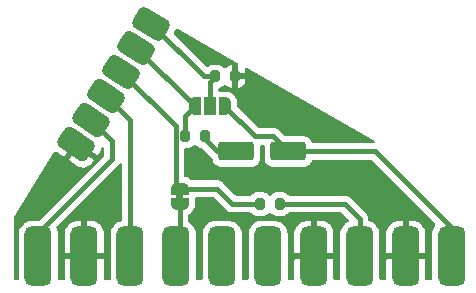
<source format=gtl>
G04 #@! TF.GenerationSoftware,KiCad,Pcbnew,(6.0.4)*
G04 #@! TF.CreationDate,2022-12-31T00:33:15-05:00*
G04 #@! TF.ProjectId,scart cable,73636172-7420-4636-9162-6c652e6b6963,rev?*
G04 #@! TF.SameCoordinates,Original*
G04 #@! TF.FileFunction,Copper,L1,Top*
G04 #@! TF.FilePolarity,Positive*
%FSLAX46Y46*%
G04 Gerber Fmt 4.6, Leading zero omitted, Abs format (unit mm)*
G04 Created by KiCad (PCBNEW (6.0.4)) date 2022-12-31 00:33:15*
%MOMM*%
%LPD*%
G01*
G04 APERTURE LIST*
G04 Aperture macros list*
%AMRoundRect*
0 Rectangle with rounded corners*
0 $1 Rounding radius*
0 $2 $3 $4 $5 $6 $7 $8 $9 X,Y pos of 4 corners*
0 Add a 4 corners polygon primitive as box body*
4,1,4,$2,$3,$4,$5,$6,$7,$8,$9,$2,$3,0*
0 Add four circle primitives for the rounded corners*
1,1,$1+$1,$2,$3*
1,1,$1+$1,$4,$5*
1,1,$1+$1,$6,$7*
1,1,$1+$1,$8,$9*
0 Add four rect primitives between the rounded corners*
20,1,$1+$1,$2,$3,$4,$5,0*
20,1,$1+$1,$4,$5,$6,$7,0*
20,1,$1+$1,$6,$7,$8,$9,0*
20,1,$1+$1,$8,$9,$2,$3,0*%
%AMFreePoly0*
4,1,22,0.550000,-0.750000,0.000000,-0.750000,0.000000,-0.745033,-0.079941,-0.743568,-0.215256,-0.701293,-0.333266,-0.622738,-0.424486,-0.514219,-0.481581,-0.384460,-0.499164,-0.250000,-0.500000,-0.250000,-0.500000,0.250000,-0.499164,0.250000,-0.499963,0.256109,-0.478152,0.396186,-0.417904,0.524511,-0.324060,0.630769,-0.204165,0.706417,-0.067858,0.745374,0.000000,0.744959,0.000000,0.750000,
0.550000,0.750000,0.550000,-0.750000,0.550000,-0.750000,$1*%
%AMFreePoly1*
4,1,20,0.000000,0.744959,0.073905,0.744508,0.209726,0.703889,0.328688,0.626782,0.421226,0.519385,0.479903,0.390333,0.500000,0.250000,0.500000,-0.250000,0.499851,-0.262216,0.476331,-0.402017,0.414519,-0.529596,0.319384,-0.634700,0.198574,-0.708877,0.061801,-0.746166,0.000000,-0.745033,0.000000,-0.750000,-0.550000,-0.750000,-0.550000,0.750000,0.000000,0.750000,0.000000,0.744959,
0.000000,0.744959,$1*%
%AMFreePoly2*
4,1,22,0.500000,-0.750000,0.000000,-0.750000,0.000000,-0.745033,-0.079941,-0.743568,-0.215256,-0.701293,-0.333266,-0.622738,-0.424486,-0.514219,-0.481581,-0.384460,-0.499164,-0.250000,-0.500000,-0.250000,-0.500000,0.250000,-0.499164,0.250000,-0.499963,0.256109,-0.478152,0.396186,-0.417904,0.524511,-0.324060,0.630769,-0.204165,0.706417,-0.067858,0.745374,0.000000,0.744959,0.000000,0.750000,
0.500000,0.750000,0.500000,-0.750000,0.500000,-0.750000,$1*%
%AMFreePoly3*
4,1,20,0.000000,0.744959,0.073905,0.744508,0.209726,0.703889,0.328688,0.626782,0.421226,0.519385,0.479903,0.390333,0.500000,0.250000,0.500000,-0.250000,0.499851,-0.262216,0.476331,-0.402017,0.414519,-0.529596,0.319384,-0.634700,0.198574,-0.708877,0.061801,-0.746166,0.000000,-0.745033,0.000000,-0.750000,-0.500000,-0.750000,-0.500000,0.750000,0.000000,0.750000,0.000000,0.744959,
0.000000,0.744959,$1*%
G04 Aperture macros list end*
G04 #@! TA.AperFunction,SMDPad,CuDef*
%ADD10RoundRect,0.500000X0.532364X-0.983152X1.105940X-0.164000X-0.532364X0.983152X-1.105940X0.164000X0*%
G04 #@! TD*
G04 #@! TA.AperFunction,SMDPad,CuDef*
%ADD11RoundRect,0.571500X-0.571500X-1.928500X0.571500X-1.928500X0.571500X1.928500X-0.571500X1.928500X0*%
G04 #@! TD*
G04 #@! TA.AperFunction,SMDPad,CuDef*
%ADD12RoundRect,0.200000X-0.200000X-0.275000X0.200000X-0.275000X0.200000X0.275000X-0.200000X0.275000X0*%
G04 #@! TD*
G04 #@! TA.AperFunction,SMDPad,CuDef*
%ADD13RoundRect,0.500000X0.583088X-0.953943X1.113008X-0.105895X-0.583088X0.953943X-1.113008X0.105895X0*%
G04 #@! TD*
G04 #@! TA.AperFunction,SMDPad,CuDef*
%ADD14RoundRect,0.500000X0.599648X-0.943622X1.114686X-0.086454X-0.599648X0.943622X-1.114686X0.086454X0*%
G04 #@! TD*
G04 #@! TA.AperFunction,SMDPad,CuDef*
%ADD15RoundRect,0.250000X-1.250000X-0.550000X1.250000X-0.550000X1.250000X0.550000X-1.250000X0.550000X0*%
G04 #@! TD*
G04 #@! TA.AperFunction,SMDPad,CuDef*
%ADD16RoundRect,0.200000X0.200000X0.275000X-0.200000X0.275000X-0.200000X-0.275000X0.200000X-0.275000X0*%
G04 #@! TD*
G04 #@! TA.AperFunction,SMDPad,CuDef*
%ADD17FreePoly0,180.000000*%
G04 #@! TD*
G04 #@! TA.AperFunction,SMDPad,CuDef*
%ADD18R,1.000000X1.500000*%
G04 #@! TD*
G04 #@! TA.AperFunction,SMDPad,CuDef*
%ADD19FreePoly1,180.000000*%
G04 #@! TD*
G04 #@! TA.AperFunction,SMDPad,CuDef*
%ADD20RoundRect,0.500000X0.566351X-0.963974X1.110990X-0.125304X-0.566351X0.963974X-1.110990X0.125304X0*%
G04 #@! TD*
G04 #@! TA.AperFunction,SMDPad,CuDef*
%ADD21FreePoly2,270.000000*%
G04 #@! TD*
G04 #@! TA.AperFunction,SMDPad,CuDef*
%ADD22FreePoly3,270.000000*%
G04 #@! TD*
G04 #@! TA.AperFunction,SMDPad,CuDef*
%ADD23RoundRect,0.500000X-0.549441X0.973712X-1.108634X0.144674X0.549441X-0.973712X1.108634X-0.144674X0*%
G04 #@! TD*
G04 #@! TA.AperFunction,ViaPad*
%ADD24C,0.800000*%
G04 #@! TD*
G04 #@! TA.AperFunction,Conductor*
%ADD25C,0.400000*%
G04 #@! TD*
G04 APERTURE END LIST*
G36*
X46655000Y-35160000D02*
G01*
X46055000Y-35160000D01*
X46055000Y-34660000D01*
X46655000Y-34660000D01*
X46655000Y-35160000D01*
G37*
D10*
X38862000Y-28448000D03*
D11*
X34379000Y-40005000D03*
X38267000Y-40005000D03*
X42155000Y-40005000D03*
X46043000Y-40005000D03*
X49931000Y-40005000D03*
X53819000Y-40005000D03*
X57707000Y-40005000D03*
X61595000Y-40005000D03*
X65483000Y-40005000D03*
X69371000Y-40005000D03*
D12*
X49340000Y-24765000D03*
X50990000Y-24765000D03*
D13*
X42672000Y-22352000D03*
D14*
X43942000Y-20320000D03*
D15*
X51140000Y-31115000D03*
X55540000Y-31115000D03*
D10*
X37592000Y-30480000D03*
D16*
X48450000Y-29845000D03*
X46800000Y-29845000D03*
D17*
X50195000Y-27305000D03*
D18*
X48895000Y-27305000D03*
D19*
X47595000Y-27305000D03*
D20*
X41402000Y-24384000D03*
D16*
X54800000Y-35560000D03*
X53150000Y-35560000D03*
D21*
X46355000Y-34260000D03*
D22*
X46355000Y-35560000D03*
D23*
X40132000Y-26416000D03*
D24*
X51562000Y-33274000D03*
X51816000Y-36830000D03*
X34290000Y-35306000D03*
X49530000Y-23368000D03*
X48514000Y-36068000D03*
X40640000Y-34290000D03*
X40132000Y-36576000D03*
X66294000Y-36576000D03*
X35306000Y-34036000D03*
X59436000Y-36830000D03*
X63500000Y-36576000D03*
X58420000Y-29718000D03*
X54356000Y-26416000D03*
X36322000Y-32766000D03*
X58674000Y-34036000D03*
X39370000Y-35560000D03*
X48006000Y-32512000D03*
X55880000Y-36830000D03*
D25*
X48450000Y-29845000D02*
X48450000Y-30035000D01*
X49530000Y-31115000D02*
X51140000Y-31115000D01*
X48450000Y-30035000D02*
X49530000Y-31115000D01*
X34379000Y-38011000D02*
X40640000Y-31750000D01*
X40640000Y-30226000D02*
X38862000Y-28448000D01*
X40640000Y-31750000D02*
X40640000Y-30226000D01*
X34379000Y-40005000D02*
X34379000Y-38011000D01*
X42155000Y-28439000D02*
X40132000Y-26416000D01*
X42155000Y-40005000D02*
X42155000Y-28439000D01*
X46355000Y-35560000D02*
X46355000Y-39693000D01*
X46355000Y-39693000D02*
X46043000Y-40005000D01*
X60325000Y-35560000D02*
X61595000Y-36830000D01*
X54800000Y-35560000D02*
X60325000Y-35560000D01*
X61595000Y-36830000D02*
X61595000Y-40005000D01*
X46000480Y-28982480D02*
X41402000Y-24384000D01*
X46355000Y-34260000D02*
X46000480Y-33905480D01*
X49500000Y-34260000D02*
X46355000Y-34260000D01*
X46000480Y-33905480D02*
X46000480Y-28982480D01*
X53150000Y-35560000D02*
X50800000Y-35560000D01*
X50800000Y-35560000D02*
X49500000Y-34260000D01*
X69371000Y-37621000D02*
X69371000Y-40005000D01*
X50195000Y-27335000D02*
X52705000Y-29845000D01*
X52705000Y-29845000D02*
X54270000Y-29845000D01*
X50195000Y-27305000D02*
X50195000Y-27335000D01*
X55540000Y-31115000D02*
X62865000Y-31115000D01*
X54270000Y-29845000D02*
X55540000Y-31115000D01*
X62865000Y-31115000D02*
X69371000Y-37621000D01*
X48895000Y-25210000D02*
X49340000Y-24765000D01*
X48387000Y-24765000D02*
X49340000Y-24765000D01*
X43942000Y-20320000D02*
X48387000Y-24765000D01*
X48895000Y-27305000D02*
X48895000Y-25210000D01*
X47595000Y-27275000D02*
X47595000Y-27305000D01*
X46800000Y-28100000D02*
X47595000Y-27305000D01*
X46800000Y-29845000D02*
X46800000Y-28100000D01*
X42672000Y-22352000D02*
X47595000Y-27275000D01*
G04 #@! TA.AperFunction,Conductor*
G36*
X47669032Y-30557154D02*
G01*
X47714095Y-30586115D01*
X47809619Y-30681639D01*
X47956301Y-30770472D01*
X47963548Y-30772743D01*
X47963550Y-30772744D01*
X48029836Y-30793517D01*
X48119938Y-30821753D01*
X48156461Y-30825109D01*
X48190478Y-30828235D01*
X48190484Y-30828235D01*
X48193365Y-30828500D01*
X48195094Y-30828500D01*
X48262048Y-30851538D01*
X48278241Y-30865211D01*
X49008550Y-31595520D01*
X49014404Y-31601785D01*
X49052439Y-31645385D01*
X49082929Y-31666814D01*
X49127161Y-31722346D01*
X49135805Y-31756894D01*
X49142474Y-31821166D01*
X49144655Y-31827702D01*
X49144655Y-31827704D01*
X49155824Y-31861180D01*
X49198450Y-31988946D01*
X49291522Y-32139348D01*
X49416697Y-32264305D01*
X49422927Y-32268145D01*
X49422928Y-32268146D01*
X49560090Y-32352694D01*
X49567262Y-32357115D01*
X49647005Y-32383564D01*
X49728611Y-32410632D01*
X49728613Y-32410632D01*
X49735139Y-32412797D01*
X49741975Y-32413497D01*
X49741978Y-32413498D01*
X49785031Y-32417909D01*
X49839600Y-32423500D01*
X52440400Y-32423500D01*
X52443646Y-32423163D01*
X52443650Y-32423163D01*
X52539308Y-32413238D01*
X52539312Y-32413237D01*
X52546166Y-32412526D01*
X52552702Y-32410345D01*
X52552704Y-32410345D01*
X52684806Y-32366272D01*
X52713946Y-32356550D01*
X52864348Y-32263478D01*
X52989305Y-32138303D01*
X52995524Y-32128214D01*
X53078275Y-31993968D01*
X53078276Y-31993966D01*
X53082115Y-31987738D01*
X53121585Y-31868738D01*
X53135632Y-31826389D01*
X53135632Y-31826387D01*
X53137797Y-31819861D01*
X53148500Y-31715400D01*
X53148500Y-30679500D01*
X53168502Y-30611379D01*
X53222158Y-30564886D01*
X53274500Y-30553500D01*
X53405500Y-30553500D01*
X53473621Y-30573502D01*
X53520114Y-30627158D01*
X53531500Y-30679500D01*
X53531500Y-31715400D01*
X53531837Y-31718646D01*
X53531837Y-31718650D01*
X53539740Y-31794814D01*
X53542474Y-31821166D01*
X53544655Y-31827702D01*
X53544655Y-31827704D01*
X53555824Y-31861180D01*
X53598450Y-31988946D01*
X53691522Y-32139348D01*
X53816697Y-32264305D01*
X53822927Y-32268145D01*
X53822928Y-32268146D01*
X53960090Y-32352694D01*
X53967262Y-32357115D01*
X54047005Y-32383564D01*
X54128611Y-32410632D01*
X54128613Y-32410632D01*
X54135139Y-32412797D01*
X54141975Y-32413497D01*
X54141978Y-32413498D01*
X54185031Y-32417909D01*
X54239600Y-32423500D01*
X56840400Y-32423500D01*
X56843646Y-32423163D01*
X56843650Y-32423163D01*
X56939308Y-32413238D01*
X56939312Y-32413237D01*
X56946166Y-32412526D01*
X56952702Y-32410345D01*
X56952704Y-32410345D01*
X57084806Y-32366272D01*
X57113946Y-32356550D01*
X57264348Y-32263478D01*
X57389305Y-32138303D01*
X57395524Y-32128214D01*
X57478275Y-31993968D01*
X57478276Y-31993966D01*
X57482115Y-31987738D01*
X57507955Y-31909833D01*
X57548386Y-31851473D01*
X57613950Y-31824236D01*
X57627548Y-31823500D01*
X62519340Y-31823500D01*
X62587461Y-31843502D01*
X62608435Y-31860405D01*
X67959588Y-37211558D01*
X67993614Y-37273870D01*
X67988549Y-37344685D01*
X67967719Y-37380797D01*
X67966590Y-37382167D01*
X67962354Y-37386410D01*
X67958997Y-37391377D01*
X67958995Y-37391380D01*
X67902767Y-37474585D01*
X67846965Y-37557161D01*
X67765945Y-37746651D01*
X67722219Y-37948042D01*
X67721930Y-37952907D01*
X67719616Y-37991862D01*
X67719500Y-37993807D01*
X67719500Y-37995663D01*
X67719501Y-41870500D01*
X67699499Y-41938621D01*
X67645843Y-41985114D01*
X67593501Y-41996500D01*
X67260000Y-41996500D01*
X67191879Y-41976498D01*
X67145386Y-41922842D01*
X67134000Y-41870500D01*
X67134000Y-40277115D01*
X67129525Y-40261876D01*
X67128135Y-40260671D01*
X67120452Y-40259000D01*
X63850116Y-40259000D01*
X63834877Y-40263475D01*
X63833672Y-40264865D01*
X63832001Y-40272548D01*
X63832001Y-41870500D01*
X63811999Y-41938621D01*
X63758343Y-41985114D01*
X63706001Y-41996500D01*
X63372500Y-41996500D01*
X63304379Y-41976498D01*
X63257886Y-41922842D01*
X63246500Y-41870500D01*
X63246499Y-39732885D01*
X63832000Y-39732885D01*
X63836475Y-39748124D01*
X63837865Y-39749329D01*
X63845548Y-39751000D01*
X65210885Y-39751000D01*
X65226124Y-39746525D01*
X65227329Y-39745135D01*
X65229000Y-39737452D01*
X65229000Y-39732885D01*
X65737000Y-39732885D01*
X65741475Y-39748124D01*
X65742865Y-39749329D01*
X65750548Y-39751000D01*
X67115884Y-39751000D01*
X67131123Y-39746525D01*
X67132328Y-39745135D01*
X67133999Y-39737452D01*
X67133999Y-37995802D01*
X67133879Y-37991907D01*
X67131355Y-37951063D01*
X67130019Y-37941484D01*
X67088281Y-37750856D01*
X67084634Y-37739497D01*
X67008052Y-37561248D01*
X67002321Y-37550780D01*
X66893416Y-37390230D01*
X66885810Y-37381037D01*
X66748510Y-37243976D01*
X66739306Y-37236389D01*
X66578571Y-37127766D01*
X66568076Y-37122045D01*
X66389714Y-37045783D01*
X66378333Y-37042151D01*
X66187660Y-37000752D01*
X66178033Y-36999429D01*
X66139005Y-36997110D01*
X66135290Y-36997000D01*
X65755115Y-36997000D01*
X65739876Y-37001475D01*
X65738671Y-37002865D01*
X65737000Y-37010548D01*
X65737000Y-39732885D01*
X65229000Y-39732885D01*
X65229000Y-37015116D01*
X65224525Y-36999877D01*
X65223135Y-36998672D01*
X65215452Y-36997001D01*
X64830802Y-36997001D01*
X64826907Y-36997121D01*
X64786063Y-36999645D01*
X64776484Y-37000981D01*
X64585856Y-37042719D01*
X64574497Y-37046366D01*
X64396248Y-37122948D01*
X64385780Y-37128679D01*
X64225230Y-37237584D01*
X64216037Y-37245190D01*
X64078976Y-37382490D01*
X64071389Y-37391694D01*
X63962766Y-37552429D01*
X63957045Y-37562924D01*
X63880783Y-37741286D01*
X63877151Y-37752667D01*
X63835752Y-37943340D01*
X63834429Y-37952967D01*
X63832110Y-37991995D01*
X63832000Y-37995710D01*
X63832000Y-39732885D01*
X63246499Y-39732885D01*
X63246499Y-37995755D01*
X63246499Y-37993808D01*
X63243555Y-37946162D01*
X63199478Y-37744847D01*
X63118127Y-37555499D01*
X63002440Y-37384950D01*
X62856590Y-37239354D01*
X62851623Y-37235997D01*
X62851620Y-37235995D01*
X62768415Y-37179767D01*
X62685839Y-37123965D01*
X62496349Y-37042945D01*
X62424971Y-37027448D01*
X62402765Y-37022626D01*
X62340440Y-36988626D01*
X62306390Y-36926327D01*
X62303500Y-36899495D01*
X62303500Y-36858912D01*
X62303792Y-36850342D01*
X62307209Y-36800224D01*
X62307209Y-36800220D01*
X62307725Y-36792648D01*
X62296739Y-36729703D01*
X62295777Y-36723182D01*
X62289015Y-36667304D01*
X62288102Y-36659758D01*
X62285416Y-36652650D01*
X62284779Y-36650056D01*
X62280318Y-36633750D01*
X62279548Y-36631199D01*
X62278242Y-36623716D01*
X62252561Y-36565212D01*
X62250069Y-36559105D01*
X62230173Y-36506452D01*
X62230173Y-36506451D01*
X62227487Y-36499344D01*
X62223184Y-36493083D01*
X62221947Y-36490717D01*
X62213720Y-36475937D01*
X62212369Y-36473652D01*
X62209315Y-36466695D01*
X62204695Y-36460675D01*
X62204692Y-36460669D01*
X62170421Y-36416009D01*
X62166541Y-36410668D01*
X62134661Y-36364280D01*
X62134656Y-36364275D01*
X62130357Y-36358019D01*
X62083829Y-36316564D01*
X62078554Y-36311584D01*
X60846450Y-35079480D01*
X60840596Y-35073215D01*
X60840201Y-35072762D01*
X60802561Y-35029615D01*
X60750280Y-34992871D01*
X60744986Y-34988939D01*
X60700693Y-34954209D01*
X60694718Y-34949524D01*
X60687802Y-34946401D01*
X60685516Y-34945017D01*
X60670835Y-34936643D01*
X60668475Y-34935378D01*
X60662261Y-34931010D01*
X60655182Y-34928250D01*
X60655180Y-34928249D01*
X60602725Y-34907798D01*
X60596656Y-34905247D01*
X60538427Y-34878955D01*
X60530960Y-34877571D01*
X60528405Y-34876770D01*
X60512152Y-34872141D01*
X60509572Y-34871478D01*
X60502491Y-34868718D01*
X60494960Y-34867727D01*
X60494958Y-34867726D01*
X60465339Y-34863827D01*
X60439139Y-34860378D01*
X60432641Y-34859348D01*
X60369814Y-34847704D01*
X60362234Y-34848141D01*
X60362233Y-34848141D01*
X60307608Y-34851291D01*
X60300354Y-34851500D01*
X55620710Y-34851500D01*
X55552589Y-34831498D01*
X55531615Y-34814595D01*
X55440381Y-34723361D01*
X55293699Y-34634528D01*
X55286452Y-34632257D01*
X55286450Y-34632256D01*
X55184500Y-34600307D01*
X55130062Y-34583247D01*
X55056635Y-34576500D01*
X55053737Y-34576500D01*
X54799335Y-34576501D01*
X54543366Y-34576501D01*
X54540508Y-34576764D01*
X54540499Y-34576764D01*
X54504996Y-34580026D01*
X54469938Y-34583247D01*
X54463560Y-34585246D01*
X54463559Y-34585246D01*
X54313550Y-34632256D01*
X54313548Y-34632257D01*
X54306301Y-34634528D01*
X54159619Y-34723361D01*
X54064095Y-34818885D01*
X54001783Y-34852911D01*
X53930968Y-34847846D01*
X53885905Y-34818885D01*
X53790381Y-34723361D01*
X53643699Y-34634528D01*
X53636452Y-34632257D01*
X53636450Y-34632256D01*
X53534500Y-34600307D01*
X53480062Y-34583247D01*
X53406635Y-34576500D01*
X53403737Y-34576500D01*
X53149335Y-34576501D01*
X52893366Y-34576501D01*
X52890508Y-34576764D01*
X52890499Y-34576764D01*
X52854996Y-34580026D01*
X52819938Y-34583247D01*
X52813560Y-34585246D01*
X52813559Y-34585246D01*
X52663550Y-34632256D01*
X52663548Y-34632257D01*
X52656301Y-34634528D01*
X52509619Y-34723361D01*
X52418385Y-34814595D01*
X52356073Y-34848621D01*
X52329290Y-34851500D01*
X51145661Y-34851500D01*
X51077540Y-34831498D01*
X51056566Y-34814595D01*
X50021442Y-33779472D01*
X50015588Y-33773206D01*
X49982556Y-33735340D01*
X49982553Y-33735337D01*
X49977561Y-33729615D01*
X49925280Y-33692871D01*
X49919986Y-33688939D01*
X49875693Y-33654209D01*
X49869718Y-33649524D01*
X49862802Y-33646401D01*
X49860516Y-33645017D01*
X49845835Y-33636643D01*
X49843475Y-33635378D01*
X49837261Y-33631010D01*
X49830182Y-33628250D01*
X49830180Y-33628249D01*
X49777725Y-33607798D01*
X49771656Y-33605247D01*
X49713427Y-33578955D01*
X49705960Y-33577571D01*
X49703405Y-33576770D01*
X49687152Y-33572141D01*
X49684572Y-33571478D01*
X49677491Y-33568718D01*
X49669960Y-33567727D01*
X49669958Y-33567726D01*
X49640339Y-33563827D01*
X49614139Y-33560378D01*
X49607641Y-33559348D01*
X49544814Y-33547704D01*
X49537234Y-33548141D01*
X49537233Y-33548141D01*
X49482608Y-33551291D01*
X49475354Y-33551500D01*
X47381903Y-33551500D01*
X47313782Y-33531498D01*
X47298496Y-33519942D01*
X47225758Y-33455703D01*
X47222403Y-33452740D01*
X47100666Y-33372774D01*
X47096609Y-33370869D01*
X47096605Y-33370867D01*
X46975076Y-33313809D01*
X46971021Y-33311905D01*
X46966738Y-33310596D01*
X46966734Y-33310594D01*
X46908810Y-33292885D01*
X46831723Y-33269317D01*
X46827293Y-33268627D01*
X46827292Y-33268627D01*
X46815596Y-33266806D01*
X46751364Y-33236563D01*
X46713678Y-33176393D01*
X46708980Y-33142306D01*
X46708980Y-30954500D01*
X46728982Y-30886379D01*
X46782638Y-30839886D01*
X46834979Y-30828500D01*
X47048855Y-30828499D01*
X47056634Y-30828499D01*
X47059492Y-30828236D01*
X47059501Y-30828236D01*
X47095004Y-30824974D01*
X47130062Y-30821753D01*
X47160019Y-30812365D01*
X47286450Y-30772744D01*
X47286452Y-30772743D01*
X47293699Y-30770472D01*
X47440381Y-30681639D01*
X47535905Y-30586115D01*
X47598217Y-30552089D01*
X47669032Y-30557154D01*
G37*
G04 #@! TD.AperFunction*
G04 #@! TA.AperFunction,Conductor*
G36*
X41411566Y-32147535D02*
G01*
X41444189Y-32210593D01*
X41446500Y-32234616D01*
X41446500Y-36899507D01*
X41426498Y-36967628D01*
X41372842Y-37014121D01*
X41347459Y-37022588D01*
X41251847Y-37043522D01*
X41062499Y-37124873D01*
X41057534Y-37128241D01*
X40934706Y-37211558D01*
X40891950Y-37240560D01*
X40746354Y-37386410D01*
X40742997Y-37391377D01*
X40742995Y-37391380D01*
X40686767Y-37474585D01*
X40630965Y-37557161D01*
X40549945Y-37746651D01*
X40506219Y-37948042D01*
X40505930Y-37952907D01*
X40503616Y-37991862D01*
X40503500Y-37993807D01*
X40503500Y-37995663D01*
X40503501Y-41870500D01*
X40483499Y-41938621D01*
X40429843Y-41985114D01*
X40377501Y-41996500D01*
X40044000Y-41996500D01*
X39975879Y-41976498D01*
X39929386Y-41922842D01*
X39918000Y-41870500D01*
X39918000Y-40277115D01*
X39913525Y-40261876D01*
X39912135Y-40260671D01*
X39904452Y-40259000D01*
X36634116Y-40259000D01*
X36618877Y-40263475D01*
X36617672Y-40264865D01*
X36616001Y-40272548D01*
X36616001Y-41870500D01*
X36595999Y-41938621D01*
X36542343Y-41985114D01*
X36490001Y-41996500D01*
X36156500Y-41996500D01*
X36088379Y-41976498D01*
X36041886Y-41922842D01*
X36030500Y-41870500D01*
X36030499Y-39732885D01*
X36616000Y-39732885D01*
X36620475Y-39748124D01*
X36621865Y-39749329D01*
X36629548Y-39751000D01*
X37994885Y-39751000D01*
X38010124Y-39746525D01*
X38011329Y-39745135D01*
X38013000Y-39737452D01*
X38013000Y-39732885D01*
X38521000Y-39732885D01*
X38525475Y-39748124D01*
X38526865Y-39749329D01*
X38534548Y-39751000D01*
X39899884Y-39751000D01*
X39915123Y-39746525D01*
X39916328Y-39745135D01*
X39917999Y-39737452D01*
X39917999Y-37995802D01*
X39917879Y-37991907D01*
X39915355Y-37951063D01*
X39914019Y-37941484D01*
X39872281Y-37750856D01*
X39868634Y-37739497D01*
X39792052Y-37561248D01*
X39786321Y-37550780D01*
X39677416Y-37390230D01*
X39669810Y-37381037D01*
X39532510Y-37243976D01*
X39523306Y-37236389D01*
X39362571Y-37127766D01*
X39352076Y-37122045D01*
X39173714Y-37045783D01*
X39162333Y-37042151D01*
X38971660Y-37000752D01*
X38962033Y-36999429D01*
X38923005Y-36997110D01*
X38919290Y-36997000D01*
X38539115Y-36997000D01*
X38523876Y-37001475D01*
X38522671Y-37002865D01*
X38521000Y-37010548D01*
X38521000Y-39732885D01*
X38013000Y-39732885D01*
X38013000Y-37015116D01*
X38008525Y-36999877D01*
X38007135Y-36998672D01*
X37999452Y-36997001D01*
X37614802Y-36997001D01*
X37610907Y-36997121D01*
X37570063Y-36999645D01*
X37560484Y-37000981D01*
X37369856Y-37042719D01*
X37358497Y-37046366D01*
X37180248Y-37122948D01*
X37169780Y-37128679D01*
X37009230Y-37237584D01*
X37000037Y-37245190D01*
X36862976Y-37382490D01*
X36855389Y-37391694D01*
X36746766Y-37552429D01*
X36741045Y-37562924D01*
X36664783Y-37741286D01*
X36661151Y-37752667D01*
X36619752Y-37943340D01*
X36618429Y-37952967D01*
X36616110Y-37991995D01*
X36616000Y-37995710D01*
X36616000Y-39732885D01*
X36030499Y-39732885D01*
X36030499Y-37995755D01*
X36030499Y-37993808D01*
X36027555Y-37946162D01*
X35983478Y-37744847D01*
X35981116Y-37739349D01*
X35981111Y-37739334D01*
X35916103Y-37588028D01*
X35907590Y-37517544D01*
X35942775Y-37449195D01*
X38509889Y-34882082D01*
X41120528Y-32271443D01*
X41126793Y-32265589D01*
X41164664Y-32232552D01*
X41164665Y-32232551D01*
X41170385Y-32227561D01*
X41207136Y-32175271D01*
X41211047Y-32170005D01*
X41221346Y-32156870D01*
X41279119Y-32115605D01*
X41350030Y-32112125D01*
X41411566Y-32147535D01*
G37*
G04 #@! TD.AperFunction*
G04 #@! TA.AperFunction,Conductor*
G36*
X37632838Y-30198518D02*
G01*
X39367707Y-31413286D01*
X39382756Y-31418362D01*
X39384541Y-31417914D01*
X39390317Y-31412579D01*
X39577947Y-31144614D01*
X39579642Y-31142058D01*
X39583972Y-31133864D01*
X39658780Y-30962636D01*
X39662566Y-30950984D01*
X39682439Y-30860594D01*
X39716602Y-30798357D01*
X39778990Y-30764470D01*
X39849794Y-30769692D01*
X39906535Y-30812365D01*
X39931199Y-30878940D01*
X39931500Y-30887650D01*
X39931500Y-31404340D01*
X39911498Y-31472461D01*
X39894595Y-31493435D01*
X34428435Y-36959595D01*
X34366123Y-36993621D01*
X34339340Y-36996500D01*
X33748786Y-36996501D01*
X33724808Y-36996501D01*
X33722870Y-36996621D01*
X33722862Y-36996621D01*
X33695620Y-36998305D01*
X33677162Y-36999445D01*
X33569948Y-37022919D01*
X33482109Y-37042151D01*
X33475847Y-37043522D01*
X33286499Y-37124873D01*
X33281534Y-37128241D01*
X33158706Y-37211558D01*
X33115950Y-37240560D01*
X32970354Y-37386410D01*
X32966997Y-37391377D01*
X32966995Y-37391380D01*
X32910767Y-37474585D01*
X32854965Y-37557161D01*
X32773945Y-37746651D01*
X32730219Y-37948042D01*
X32729930Y-37952907D01*
X32727616Y-37991862D01*
X32727500Y-37993807D01*
X32727500Y-37995663D01*
X32727501Y-41870500D01*
X32707499Y-41938621D01*
X32653843Y-41985114D01*
X32601501Y-41996500D01*
X32413500Y-41996500D01*
X32345379Y-41976498D01*
X32298886Y-41922842D01*
X32287500Y-41870500D01*
X32287500Y-36688263D01*
X32306904Y-36621082D01*
X35306774Y-31861180D01*
X36940426Y-31861180D01*
X36940875Y-31862967D01*
X36946205Y-31868738D01*
X37623763Y-32343169D01*
X37626305Y-32344855D01*
X37634500Y-32349185D01*
X37805722Y-32423989D01*
X37817385Y-32427779D01*
X37998419Y-32467582D01*
X38010597Y-32469034D01*
X38195906Y-32472915D01*
X38208141Y-32471974D01*
X38390676Y-32439788D01*
X38402492Y-32436489D01*
X38575306Y-32369459D01*
X38586245Y-32363933D01*
X38742752Y-32264611D01*
X38752415Y-32257062D01*
X38887719Y-32128214D01*
X38893950Y-32121330D01*
X38895758Y-32118882D01*
X39080778Y-31854645D01*
X39085854Y-31839596D01*
X39085405Y-31837809D01*
X39080075Y-31832038D01*
X37669215Y-30844144D01*
X37654166Y-30839068D01*
X37652379Y-30839517D01*
X37646608Y-30844847D01*
X36945502Y-31846131D01*
X36940426Y-31861180D01*
X35306774Y-31861180D01*
X35734910Y-31181856D01*
X35788152Y-31134891D01*
X35858334Y-31124166D01*
X35913777Y-31145824D01*
X36504143Y-31559202D01*
X36519192Y-31564278D01*
X36520979Y-31563829D01*
X36526750Y-31558499D01*
X37264752Y-30504524D01*
X37457354Y-30229460D01*
X37512811Y-30185132D01*
X37583430Y-30177823D01*
X37632838Y-30198518D01*
G37*
G04 #@! TD.AperFunction*
G04 #@! TA.AperFunction,Conductor*
G36*
X49222461Y-34988502D02*
G01*
X49243435Y-35005405D01*
X50278550Y-36040520D01*
X50284404Y-36046785D01*
X50322439Y-36090385D01*
X50328657Y-36094755D01*
X50374697Y-36127112D01*
X50379993Y-36131045D01*
X50430282Y-36170477D01*
X50437204Y-36173602D01*
X50439452Y-36174964D01*
X50454185Y-36183368D01*
X50456524Y-36184622D01*
X50462739Y-36188990D01*
X50469815Y-36191749D01*
X50469819Y-36191751D01*
X50522274Y-36212202D01*
X50528352Y-36214757D01*
X50586574Y-36241045D01*
X50594045Y-36242429D01*
X50596599Y-36243230D01*
X50612878Y-36247867D01*
X50615433Y-36248523D01*
X50622509Y-36251282D01*
X50650962Y-36255028D01*
X50685851Y-36259621D01*
X50692367Y-36260653D01*
X50734706Y-36268500D01*
X50755187Y-36272296D01*
X50762767Y-36271859D01*
X50762768Y-36271859D01*
X50817398Y-36268709D01*
X50824651Y-36268500D01*
X52329290Y-36268500D01*
X52397411Y-36288502D01*
X52418385Y-36305405D01*
X52509619Y-36396639D01*
X52656301Y-36485472D01*
X52663548Y-36487743D01*
X52663550Y-36487744D01*
X52700566Y-36499344D01*
X52819938Y-36536753D01*
X52893365Y-36543500D01*
X52896263Y-36543500D01*
X53150665Y-36543499D01*
X53406634Y-36543499D01*
X53409492Y-36543236D01*
X53409501Y-36543236D01*
X53445004Y-36539974D01*
X53480062Y-36536753D01*
X53570533Y-36508401D01*
X53636450Y-36487744D01*
X53636452Y-36487743D01*
X53643699Y-36485472D01*
X53790381Y-36396639D01*
X53885905Y-36301115D01*
X53948217Y-36267089D01*
X54019032Y-36272154D01*
X54064095Y-36301115D01*
X54159619Y-36396639D01*
X54306301Y-36485472D01*
X54313548Y-36487743D01*
X54313550Y-36487744D01*
X54350566Y-36499344D01*
X54469938Y-36536753D01*
X54543365Y-36543500D01*
X54546263Y-36543500D01*
X54800665Y-36543499D01*
X55056634Y-36543499D01*
X55059492Y-36543236D01*
X55059501Y-36543236D01*
X55095004Y-36539974D01*
X55130062Y-36536753D01*
X55220533Y-36508401D01*
X55286450Y-36487744D01*
X55286452Y-36487743D01*
X55293699Y-36485472D01*
X55440381Y-36396639D01*
X55531615Y-36305405D01*
X55593927Y-36271379D01*
X55620710Y-36268500D01*
X59979339Y-36268500D01*
X60047460Y-36288502D01*
X60068435Y-36305405D01*
X60640611Y-36877582D01*
X60674636Y-36939894D01*
X60669571Y-37010710D01*
X60627024Y-37067545D01*
X60601256Y-37082443D01*
X60502499Y-37124873D01*
X60497534Y-37128241D01*
X60374706Y-37211558D01*
X60331950Y-37240560D01*
X60186354Y-37386410D01*
X60182997Y-37391377D01*
X60182995Y-37391380D01*
X60126767Y-37474585D01*
X60070965Y-37557161D01*
X59989945Y-37746651D01*
X59946219Y-37948042D01*
X59945930Y-37952907D01*
X59943616Y-37991862D01*
X59943500Y-37993807D01*
X59943500Y-37995663D01*
X59943501Y-41870500D01*
X59923499Y-41938621D01*
X59869843Y-41985114D01*
X59817501Y-41996500D01*
X59484000Y-41996500D01*
X59415879Y-41976498D01*
X59369386Y-41922842D01*
X59358000Y-41870500D01*
X59358000Y-40277115D01*
X59353525Y-40261876D01*
X59352135Y-40260671D01*
X59344452Y-40259000D01*
X56074116Y-40259000D01*
X56058877Y-40263475D01*
X56057672Y-40264865D01*
X56056001Y-40272548D01*
X56056001Y-41870500D01*
X56035999Y-41938621D01*
X55982343Y-41985114D01*
X55930001Y-41996500D01*
X55596500Y-41996500D01*
X55528379Y-41976498D01*
X55481886Y-41922842D01*
X55470500Y-41870500D01*
X55470499Y-39732885D01*
X56056000Y-39732885D01*
X56060475Y-39748124D01*
X56061865Y-39749329D01*
X56069548Y-39751000D01*
X57434885Y-39751000D01*
X57450124Y-39746525D01*
X57451329Y-39745135D01*
X57453000Y-39737452D01*
X57453000Y-39732885D01*
X57961000Y-39732885D01*
X57965475Y-39748124D01*
X57966865Y-39749329D01*
X57974548Y-39751000D01*
X59339884Y-39751000D01*
X59355123Y-39746525D01*
X59356328Y-39745135D01*
X59357999Y-39737452D01*
X59357999Y-37995802D01*
X59357879Y-37991907D01*
X59355355Y-37951063D01*
X59354019Y-37941484D01*
X59312281Y-37750856D01*
X59308634Y-37739497D01*
X59232052Y-37561248D01*
X59226321Y-37550780D01*
X59117416Y-37390230D01*
X59109810Y-37381037D01*
X58972510Y-37243976D01*
X58963306Y-37236389D01*
X58802571Y-37127766D01*
X58792076Y-37122045D01*
X58613714Y-37045783D01*
X58602333Y-37042151D01*
X58411660Y-37000752D01*
X58402033Y-36999429D01*
X58363005Y-36997110D01*
X58359290Y-36997000D01*
X57979115Y-36997000D01*
X57963876Y-37001475D01*
X57962671Y-37002865D01*
X57961000Y-37010548D01*
X57961000Y-39732885D01*
X57453000Y-39732885D01*
X57453000Y-37015116D01*
X57448525Y-36999877D01*
X57447135Y-36998672D01*
X57439452Y-36997001D01*
X57054802Y-36997001D01*
X57050907Y-36997121D01*
X57010063Y-36999645D01*
X57000484Y-37000981D01*
X56809856Y-37042719D01*
X56798497Y-37046366D01*
X56620248Y-37122948D01*
X56609780Y-37128679D01*
X56449230Y-37237584D01*
X56440037Y-37245190D01*
X56302976Y-37382490D01*
X56295389Y-37391694D01*
X56186766Y-37552429D01*
X56181045Y-37562924D01*
X56104783Y-37741286D01*
X56101151Y-37752667D01*
X56059752Y-37943340D01*
X56058429Y-37952967D01*
X56056110Y-37991995D01*
X56056000Y-37995710D01*
X56056000Y-39732885D01*
X55470499Y-39732885D01*
X55470499Y-37995755D01*
X55470499Y-37993808D01*
X55467555Y-37946162D01*
X55423478Y-37744847D01*
X55342127Y-37555499D01*
X55226440Y-37384950D01*
X55080590Y-37239354D01*
X55075623Y-37235997D01*
X55075620Y-37235995D01*
X54992415Y-37179767D01*
X54909839Y-37123965D01*
X54720349Y-37042945D01*
X54527502Y-37001074D01*
X54523721Y-37000253D01*
X54523719Y-37000253D01*
X54518958Y-36999219D01*
X54508993Y-36998627D01*
X54475049Y-36996610D01*
X54475040Y-36996610D01*
X54473193Y-36996500D01*
X53834654Y-36996500D01*
X53164808Y-36996501D01*
X53162870Y-36996621D01*
X53162862Y-36996621D01*
X53135620Y-36998305D01*
X53117162Y-36999445D01*
X53009948Y-37022919D01*
X52922109Y-37042151D01*
X52915847Y-37043522D01*
X52726499Y-37124873D01*
X52721534Y-37128241D01*
X52598706Y-37211558D01*
X52555950Y-37240560D01*
X52410354Y-37386410D01*
X52406997Y-37391377D01*
X52406995Y-37391380D01*
X52350767Y-37474585D01*
X52294965Y-37557161D01*
X52213945Y-37746651D01*
X52170219Y-37948042D01*
X52169930Y-37952907D01*
X52167616Y-37991862D01*
X52167500Y-37993807D01*
X52167500Y-37995663D01*
X52167501Y-41870500D01*
X52147499Y-41938621D01*
X52093843Y-41985114D01*
X52041501Y-41996500D01*
X51708500Y-41996500D01*
X51640379Y-41976498D01*
X51593886Y-41922842D01*
X51582500Y-41870500D01*
X51582499Y-37995755D01*
X51582499Y-37993808D01*
X51579555Y-37946162D01*
X51535478Y-37744847D01*
X51454127Y-37555499D01*
X51338440Y-37384950D01*
X51192590Y-37239354D01*
X51187623Y-37235997D01*
X51187620Y-37235995D01*
X51104415Y-37179767D01*
X51021839Y-37123965D01*
X50832349Y-37042945D01*
X50639502Y-37001074D01*
X50635721Y-37000253D01*
X50635719Y-37000253D01*
X50630958Y-36999219D01*
X50620993Y-36998627D01*
X50587049Y-36996610D01*
X50587040Y-36996610D01*
X50585193Y-36996500D01*
X49946654Y-36996500D01*
X49276808Y-36996501D01*
X49274870Y-36996621D01*
X49274862Y-36996621D01*
X49247620Y-36998305D01*
X49229162Y-36999445D01*
X49121948Y-37022919D01*
X49034109Y-37042151D01*
X49027847Y-37043522D01*
X48838499Y-37124873D01*
X48833534Y-37128241D01*
X48710706Y-37211558D01*
X48667950Y-37240560D01*
X48522354Y-37386410D01*
X48518997Y-37391377D01*
X48518995Y-37391380D01*
X48462767Y-37474585D01*
X48406965Y-37557161D01*
X48325945Y-37746651D01*
X48282219Y-37948042D01*
X48281930Y-37952907D01*
X48279616Y-37991862D01*
X48279500Y-37993807D01*
X48279500Y-37995663D01*
X48279501Y-41870500D01*
X48259499Y-41938621D01*
X48205843Y-41985114D01*
X48153501Y-41996500D01*
X47820500Y-41996500D01*
X47752379Y-41976498D01*
X47705886Y-41922842D01*
X47694500Y-41870500D01*
X47694499Y-37995755D01*
X47694499Y-37993808D01*
X47691555Y-37946162D01*
X47647478Y-37744847D01*
X47566127Y-37555499D01*
X47450440Y-37384950D01*
X47304590Y-37239354D01*
X47299623Y-37235997D01*
X47299620Y-37235995D01*
X47140815Y-37128679D01*
X47133839Y-37123965D01*
X47129008Y-37121900D01*
X47078951Y-37071908D01*
X47063500Y-37011451D01*
X47063500Y-36539012D01*
X47083502Y-36470891D01*
X47121614Y-36432864D01*
X47212497Y-36374742D01*
X47320998Y-36281252D01*
X47416750Y-36171489D01*
X47420444Y-36165791D01*
X47492214Y-36055062D01*
X47494650Y-36051304D01*
X47555748Y-35919076D01*
X47596784Y-35781858D01*
X47599770Y-35761881D01*
X47617650Y-35642235D01*
X47617650Y-35642232D01*
X47618312Y-35637804D01*
X47619187Y-35494583D01*
X47618852Y-35492139D01*
X47618729Y-35488344D01*
X47618729Y-35094500D01*
X47638731Y-35026379D01*
X47692387Y-34979886D01*
X47744729Y-34968500D01*
X49154340Y-34968500D01*
X49222461Y-34988502D01*
G37*
G04 #@! TD.AperFunction*
G04 #@! TA.AperFunction,Conductor*
G36*
X46176834Y-20708626D02*
G01*
X46816793Y-21073427D01*
X51222442Y-23584816D01*
X51271716Y-23635927D01*
X51285535Y-23705566D01*
X51255267Y-23776791D01*
X51245671Y-23787865D01*
X51244000Y-23795548D01*
X51244000Y-24492885D01*
X51248475Y-24508124D01*
X51249865Y-24509329D01*
X51257548Y-24511000D01*
X51879884Y-24511000D01*
X51895123Y-24506525D01*
X51896328Y-24505135D01*
X51897999Y-24497452D01*
X51897999Y-24436295D01*
X51897736Y-24430546D01*
X51891868Y-24366685D01*
X51889257Y-24353649D01*
X51842286Y-24203760D01*
X51840300Y-24199362D01*
X51830500Y-24129045D01*
X51860272Y-24064592D01*
X51920163Y-24026467D01*
X51991159Y-24026773D01*
X52017536Y-24038050D01*
X62691208Y-30122453D01*
X62776436Y-30171036D01*
X62825711Y-30222148D01*
X62839530Y-30291787D01*
X62813507Y-30357842D01*
X62755902Y-30399342D01*
X62714037Y-30406500D01*
X57627538Y-30406500D01*
X57559417Y-30386498D01*
X57512924Y-30332842D01*
X57508014Y-30320376D01*
X57483868Y-30248002D01*
X57481550Y-30241054D01*
X57388478Y-30090652D01*
X57263303Y-29965695D01*
X57257072Y-29961854D01*
X57118968Y-29876725D01*
X57118966Y-29876724D01*
X57112738Y-29872885D01*
X57032995Y-29846436D01*
X56951389Y-29819368D01*
X56951387Y-29819368D01*
X56944861Y-29817203D01*
X56938025Y-29816503D01*
X56938022Y-29816502D01*
X56894216Y-29812014D01*
X56840400Y-29806500D01*
X55285660Y-29806500D01*
X55217539Y-29786498D01*
X55196565Y-29769595D01*
X54791450Y-29364480D01*
X54785596Y-29358215D01*
X54785201Y-29357762D01*
X54747561Y-29314615D01*
X54695280Y-29277871D01*
X54689986Y-29273939D01*
X54645693Y-29239209D01*
X54639718Y-29234524D01*
X54632802Y-29231401D01*
X54630516Y-29230017D01*
X54615835Y-29221643D01*
X54613475Y-29220378D01*
X54607261Y-29216010D01*
X54600182Y-29213250D01*
X54600180Y-29213249D01*
X54547725Y-29192798D01*
X54541656Y-29190247D01*
X54483427Y-29163955D01*
X54475960Y-29162571D01*
X54473405Y-29161770D01*
X54457152Y-29157141D01*
X54454572Y-29156478D01*
X54447491Y-29153718D01*
X54439960Y-29152727D01*
X54439958Y-29152726D01*
X54410339Y-29148827D01*
X54384139Y-29145378D01*
X54377641Y-29144348D01*
X54314814Y-29132704D01*
X54307234Y-29133141D01*
X54307233Y-29133141D01*
X54252608Y-29136291D01*
X54245354Y-29136500D01*
X53050660Y-29136500D01*
X52982539Y-29116498D01*
X52961565Y-29099595D01*
X51245634Y-27383664D01*
X51211608Y-27321352D01*
X51208729Y-27294569D01*
X51208729Y-27093953D01*
X51208727Y-27093953D01*
X51208318Y-27090984D01*
X51208898Y-27043509D01*
X51209496Y-26994562D01*
X51190926Y-26852548D01*
X51151755Y-26712252D01*
X51094072Y-26581159D01*
X51047317Y-26506045D01*
X51019470Y-26461306D01*
X51019467Y-26461302D01*
X51017103Y-26457504D01*
X51009393Y-26448331D01*
X50927831Y-26351301D01*
X50927830Y-26351300D01*
X50924946Y-26347869D01*
X50816361Y-26250782D01*
X50812628Y-26248297D01*
X50812624Y-26248294D01*
X50700865Y-26173901D01*
X50700863Y-26173900D01*
X50697136Y-26171419D01*
X50565667Y-26108711D01*
X50561388Y-26107374D01*
X50561385Y-26107373D01*
X50433240Y-26067338D01*
X50433242Y-26067338D01*
X50428961Y-26066001D01*
X50424537Y-26065284D01*
X50424535Y-26065284D01*
X50380136Y-26058093D01*
X50285179Y-26042713D01*
X50218218Y-26041486D01*
X50146461Y-26040170D01*
X50146459Y-26040170D01*
X50141980Y-26040088D01*
X50137535Y-26040641D01*
X50133056Y-26040878D01*
X50133049Y-26040751D01*
X50124661Y-26041271D01*
X49729500Y-26041271D01*
X49661379Y-26021269D01*
X49614886Y-25967613D01*
X49603500Y-25915271D01*
X49603500Y-25855168D01*
X49623502Y-25787047D01*
X49677158Y-25740554D01*
X49691821Y-25734934D01*
X49826450Y-25692744D01*
X49826452Y-25692743D01*
X49833699Y-25690472D01*
X49980381Y-25601639D01*
X50076259Y-25505761D01*
X50138571Y-25471735D01*
X50209386Y-25476800D01*
X50254449Y-25505761D01*
X50344557Y-25595869D01*
X50356426Y-25605176D01*
X50490012Y-25686079D01*
X50503757Y-25692285D01*
X50653644Y-25739256D01*
X50666694Y-25741869D01*
X50721586Y-25746913D01*
X50733124Y-25743525D01*
X50734329Y-25742135D01*
X50736000Y-25734452D01*
X50736000Y-25729884D01*
X51244000Y-25729884D01*
X51248475Y-25745123D01*
X51249865Y-25746328D01*
X51254294Y-25747291D01*
X51313315Y-25741868D01*
X51326351Y-25739257D01*
X51476243Y-25692285D01*
X51489988Y-25686079D01*
X51623574Y-25605176D01*
X51635443Y-25595869D01*
X51745869Y-25485443D01*
X51755176Y-25473574D01*
X51836079Y-25339988D01*
X51842285Y-25326243D01*
X51889256Y-25176356D01*
X51891869Y-25163306D01*
X51897734Y-25099479D01*
X51898000Y-25093691D01*
X51898000Y-25037115D01*
X51893525Y-25021876D01*
X51892135Y-25020671D01*
X51884452Y-25019000D01*
X51262115Y-25019000D01*
X51246876Y-25023475D01*
X51245671Y-25024865D01*
X51244000Y-25032548D01*
X51244000Y-25729884D01*
X50736000Y-25729884D01*
X50736000Y-23800116D01*
X50731525Y-23784877D01*
X50730135Y-23783672D01*
X50725706Y-23782709D01*
X50666685Y-23788132D01*
X50653649Y-23790743D01*
X50503757Y-23837715D01*
X50490012Y-23843921D01*
X50356426Y-23924824D01*
X50344557Y-23934131D01*
X50254449Y-24024239D01*
X50192137Y-24058265D01*
X50121322Y-24053200D01*
X50076259Y-24024239D01*
X49980381Y-23928361D01*
X49833699Y-23839528D01*
X49826452Y-23837257D01*
X49826450Y-23837256D01*
X49760164Y-23816483D01*
X49670062Y-23788247D01*
X49596635Y-23781500D01*
X49593737Y-23781500D01*
X49339335Y-23781501D01*
X49083366Y-23781501D01*
X49080508Y-23781764D01*
X49080499Y-23781764D01*
X49046619Y-23784877D01*
X49009938Y-23788247D01*
X49003560Y-23790246D01*
X49003559Y-23790246D01*
X48853550Y-23837256D01*
X48853548Y-23837257D01*
X48846301Y-23839528D01*
X48699619Y-23928361D01*
X48699061Y-23927439D01*
X48639655Y-23951130D01*
X48569959Y-23937601D01*
X48538750Y-23914780D01*
X45851387Y-21227417D01*
X45817361Y-21165105D01*
X45822426Y-21094290D01*
X45832479Y-21073427D01*
X45969936Y-20844660D01*
X45969945Y-20844643D01*
X45970752Y-20843301D01*
X45973620Y-20837931D01*
X45995736Y-20775823D01*
X46037431Y-20718359D01*
X46103573Y-20692559D01*
X46176834Y-20708626D01*
G37*
G04 #@! TD.AperFunction*
M02*

</source>
